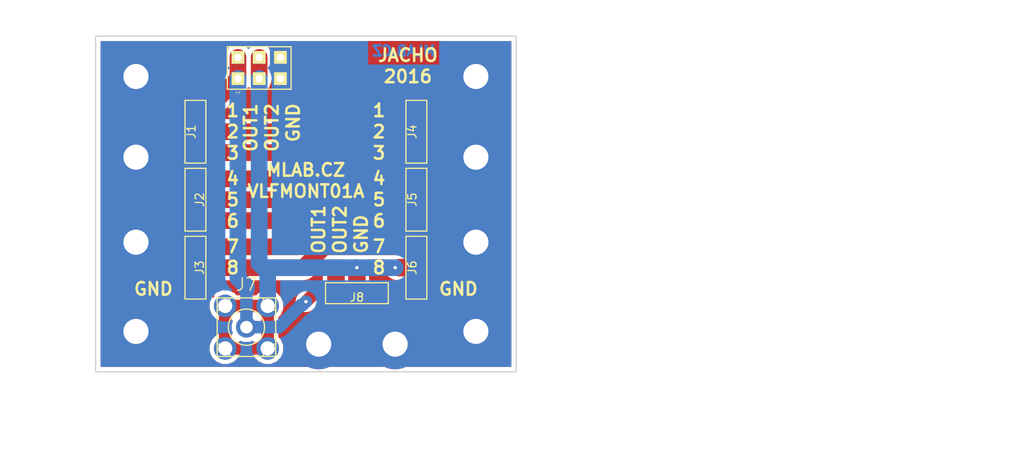
<source format=kicad_pcb>
(kicad_pcb (version 4) (host pcbnew 4.0.3-stable)

  (general
    (links 32)
    (no_connects 0)
    (area -11.176 -44.704 111.252001 10.160001)
    (thickness 1.6)
    (drawings 33)
    (tracks 54)
    (zones 0)
    (modules 19)
    (nets 11)
  )

  (page A4)
  (layers
    (0 F.Cu signal)
    (31 B.Cu signal)
    (32 B.Adhes user)
    (33 F.Adhes user)
    (34 B.Paste user)
    (35 F.Paste user)
    (36 B.SilkS user)
    (37 F.SilkS user)
    (38 B.Mask user)
    (39 F.Mask user)
    (40 Dwgs.User user)
    (41 Cmts.User user)
    (42 Eco1.User user)
    (43 Eco2.User user)
    (44 Edge.Cuts user)
    (45 Margin user)
    (46 B.CrtYd user)
    (47 F.CrtYd user)
    (48 B.Fab user)
    (49 F.Fab user)
  )

  (setup
    (last_trace_width 0.25)
    (user_trace_width 0.5)
    (user_trace_width 0.8)
    (user_trace_width 0.9)
    (user_trace_width 1)
    (user_trace_width 1.2)
    (user_trace_width 1.5)
    (user_trace_width 2)
    (trace_clearance 0.3)
    (zone_clearance 0.508)
    (zone_45_only no)
    (trace_min 0.2)
    (segment_width 0.2)
    (edge_width 0.15)
    (via_size 0.8)
    (via_drill 0.4)
    (via_min_size 0.4)
    (via_min_drill 0.3)
    (uvia_size 0.3)
    (uvia_drill 0.1)
    (uvias_allowed no)
    (uvia_min_size 0.2)
    (uvia_min_drill 0.1)
    (pcb_text_width 0.3)
    (pcb_text_size 1.5 1.5)
    (mod_edge_width 0.15)
    (mod_text_size 1 1)
    (mod_text_width 0.15)
    (pad_size 6 6)
    (pad_drill 3)
    (pad_to_mask_clearance 0.2)
    (solder_mask_min_width 0.2)
    (aux_axis_origin 0 0)
    (visible_elements 7FFFFF7F)
    (pcbplotparams
      (layerselection 0x010e0_80000001)
      (usegerberextensions false)
      (excludeedgelayer true)
      (linewidth 0.500000)
      (plotframeref false)
      (viasonmask false)
      (mode 1)
      (useauxorigin false)
      (hpglpennumber 1)
      (hpglpenspeed 20)
      (hpglpendiameter 15)
      (hpglpenoverlay 2)
      (psnegative false)
      (psa4output false)
      (plotreference true)
      (plotvalue true)
      (plotinvisibletext false)
      (padsonsilk false)
      (subtractmaskfromsilk false)
      (outputformat 1)
      (mirror false)
      (drillshape 0)
      (scaleselection 1)
      (outputdirectory ../CAM_PROFI/))
  )

  (net 0 "")
  (net 1 /2)
  (net 2 /1)
  (net 3 /OUT1)
  (net 4 /5)
  (net 5 /4)
  (net 6 /3)
  (net 7 GND)
  (net 8 /7)
  (net 9 /6)
  (net 10 /OUT2)

  (net_class Default "Toto je výchozí třída sítě."
    (clearance 0.3)
    (trace_width 0.25)
    (via_dia 0.8)
    (via_drill 0.4)
    (uvia_dia 0.3)
    (uvia_drill 0.1)
    (add_net /1)
    (add_net /2)
    (add_net /3)
    (add_net /4)
    (add_net /5)
    (add_net /6)
    (add_net /7)
    (add_net /OUT1)
    (add_net /OUT2)
    (add_net GND)
  )

  (module Mlab_CON:AVX_009175003001006 (layer F.Cu) (tedit 57D650B6) (tstamp 57D67150)
    (at 12.192 -20.828 90)
    (descr Punch_down_block)
    (path /57D68066)
    (fp_text reference J2 (at 0 0.5 90) (layer F.SilkS)
      (effects (font (size 1 1) (thickness 0.15)))
    )
    (fp_text value CONN_3 (at 0 -0.5 90) (layer F.Fab)
      (effects (font (size 1 1) (thickness 0.15)))
    )
    (fp_line (start -3.75 -1.25) (end 3.75 -1.25) (layer F.SilkS) (width 0.15))
    (fp_line (start 3.75 -1.25) (end 3.75 1.25) (layer F.SilkS) (width 0.15))
    (fp_line (start 3.75 1.25) (end -3.75 1.25) (layer F.SilkS) (width 0.15))
    (fp_line (start -3.75 1.25) (end -3.75 -1.25) (layer F.SilkS) (width 0.15))
    (pad 1 smd rect (at -2.5 0 90) (size 2.1 4.5) (layers F.Cu F.Paste F.Mask)
      (net 4 /5))
    (pad 2 smd rect (at 0 0 90) (size 2.1 4.5) (layers F.Cu F.Paste F.Mask)
      (net 5 /4))
    (pad 3 smd rect (at 2.5 0 90) (size 2.1 4.5) (layers F.Cu F.Paste F.Mask)
      (net 6 /3))
  )

  (module Mlab_CON:AVX_009175003001006 (layer F.Cu) (tedit 57D650B6) (tstamp 57D67149)
    (at 12.192 -28.956 270)
    (descr Punch_down_block)
    (path /57D67F43)
    (fp_text reference J1 (at 0 0.5 270) (layer F.SilkS)
      (effects (font (size 1 1) (thickness 0.15)))
    )
    (fp_text value CONN_3 (at 0 -0.5 270) (layer F.Fab)
      (effects (font (size 1 1) (thickness 0.15)))
    )
    (fp_line (start -3.75 -1.25) (end 3.75 -1.25) (layer F.SilkS) (width 0.15))
    (fp_line (start 3.75 -1.25) (end 3.75 1.25) (layer F.SilkS) (width 0.15))
    (fp_line (start 3.75 1.25) (end -3.75 1.25) (layer F.SilkS) (width 0.15))
    (fp_line (start -3.75 1.25) (end -3.75 -1.25) (layer F.SilkS) (width 0.15))
    (pad 1 smd rect (at -2.5 0 270) (size 2.1 4.5) (layers F.Cu F.Paste F.Mask)
      (net 3 /OUT1))
    (pad 2 smd rect (at 0 0 270) (size 2.1 4.5) (layers F.Cu F.Paste F.Mask)
      (net 2 /1))
    (pad 3 smd rect (at 2.5 0 270) (size 2.1 4.5) (layers F.Cu F.Paste F.Mask)
      (net 1 /2))
  )

  (module Mlab_CON:AVX_009175003001006 (layer F.Cu) (tedit 57D650B6) (tstamp 57D67157)
    (at 12.192 -12.7 90)
    (descr Punch_down_block)
    (path /57D68090)
    (fp_text reference J3 (at 0 0.5 90) (layer F.SilkS)
      (effects (font (size 1 1) (thickness 0.15)))
    )
    (fp_text value CONN_3 (at 0 -0.5 90) (layer F.Fab)
      (effects (font (size 1 1) (thickness 0.15)))
    )
    (fp_line (start -3.75 -1.25) (end 3.75 -1.25) (layer F.SilkS) (width 0.15))
    (fp_line (start 3.75 -1.25) (end 3.75 1.25) (layer F.SilkS) (width 0.15))
    (fp_line (start 3.75 1.25) (end -3.75 1.25) (layer F.SilkS) (width 0.15))
    (fp_line (start -3.75 1.25) (end -3.75 -1.25) (layer F.SilkS) (width 0.15))
    (pad 1 smd rect (at -2.5 0 90) (size 2.1 4.5) (layers F.Cu F.Paste F.Mask)
      (net 7 GND))
    (pad 2 smd rect (at 0 0 90) (size 2.1 4.5) (layers F.Cu F.Paste F.Mask)
      (net 8 /7))
    (pad 3 smd rect (at 2.5 0 90) (size 2.1 4.5) (layers F.Cu F.Paste F.Mask)
      (net 9 /6))
  )

  (module Mlab_CON:AVX_009175003001006 (layer F.Cu) (tedit 57D650B6) (tstamp 57D6715E)
    (at 38.608 -28.956 270)
    (descr Punch_down_block)
    (path /57D68149)
    (fp_text reference J4 (at 0 0.5 270) (layer F.SilkS)
      (effects (font (size 1 1) (thickness 0.15)))
    )
    (fp_text value CONN_3 (at 0 -0.5 270) (layer F.Fab)
      (effects (font (size 1 1) (thickness 0.15)))
    )
    (fp_line (start -3.75 -1.25) (end 3.75 -1.25) (layer F.SilkS) (width 0.15))
    (fp_line (start 3.75 -1.25) (end 3.75 1.25) (layer F.SilkS) (width 0.15))
    (fp_line (start 3.75 1.25) (end -3.75 1.25) (layer F.SilkS) (width 0.15))
    (fp_line (start -3.75 1.25) (end -3.75 -1.25) (layer F.SilkS) (width 0.15))
    (pad 1 smd rect (at -2.5 0 270) (size 2.1 4.5) (layers F.Cu F.Paste F.Mask)
      (net 2 /1))
    (pad 2 smd rect (at 0 0 270) (size 2.1 4.5) (layers F.Cu F.Paste F.Mask)
      (net 1 /2))
    (pad 3 smd rect (at 2.5 0 270) (size 2.1 4.5) (layers F.Cu F.Paste F.Mask)
      (net 6 /3))
  )

  (module Mlab_CON:AVX_009175003001006 (layer F.Cu) (tedit 57D650B6) (tstamp 57D67165)
    (at 38.608 -20.828 270)
    (descr Punch_down_block)
    (path /57D681F3)
    (fp_text reference J5 (at 0 0.5 270) (layer F.SilkS)
      (effects (font (size 1 1) (thickness 0.15)))
    )
    (fp_text value CONN_3 (at 0 -0.5 270) (layer F.Fab)
      (effects (font (size 1 1) (thickness 0.15)))
    )
    (fp_line (start -3.75 -1.25) (end 3.75 -1.25) (layer F.SilkS) (width 0.15))
    (fp_line (start 3.75 -1.25) (end 3.75 1.25) (layer F.SilkS) (width 0.15))
    (fp_line (start 3.75 1.25) (end -3.75 1.25) (layer F.SilkS) (width 0.15))
    (fp_line (start -3.75 1.25) (end -3.75 -1.25) (layer F.SilkS) (width 0.15))
    (pad 1 smd rect (at -2.5 0 270) (size 2.1 4.5) (layers F.Cu F.Paste F.Mask)
      (net 5 /4))
    (pad 2 smd rect (at 0 0 270) (size 2.1 4.5) (layers F.Cu F.Paste F.Mask)
      (net 4 /5))
    (pad 3 smd rect (at 2.5 0 270) (size 2.1 4.5) (layers F.Cu F.Paste F.Mask)
      (net 9 /6))
  )

  (module Mlab_CON:AVX_009175003001006 (layer F.Cu) (tedit 57D650B6) (tstamp 57D6716C)
    (at 38.608 -12.7 270)
    (descr Punch_down_block)
    (path /57D68228)
    (fp_text reference J6 (at 0 0.5 270) (layer F.SilkS)
      (effects (font (size 1 1) (thickness 0.15)))
    )
    (fp_text value CONN_3 (at 0 -0.5 270) (layer F.Fab)
      (effects (font (size 1 1) (thickness 0.15)))
    )
    (fp_line (start -3.75 -1.25) (end 3.75 -1.25) (layer F.SilkS) (width 0.15))
    (fp_line (start 3.75 -1.25) (end 3.75 1.25) (layer F.SilkS) (width 0.15))
    (fp_line (start 3.75 1.25) (end -3.75 1.25) (layer F.SilkS) (width 0.15))
    (fp_line (start -3.75 1.25) (end -3.75 -1.25) (layer F.SilkS) (width 0.15))
    (pad 1 smd rect (at -2.5 0 270) (size 2.1 4.5) (layers F.Cu F.Paste F.Mask)
      (net 8 /7))
    (pad 2 smd rect (at 0 0 270) (size 2.1 4.5) (layers F.Cu F.Paste F.Mask)
      (net 10 /OUT2))
    (pad 3 smd rect (at 2.5 0 270) (size 2.1 4.5) (layers F.Cu F.Paste F.Mask)
      (net 7 GND))
  )

  (module Mlab_CON:SMA6251A13G50 (layer F.Cu) (tedit 54BBE861) (tstamp 57D67175)
    (at 18.288 -5.588)
    (path /57D68C46)
    (fp_text reference J7 (at 0 -5.1) (layer F.SilkS)
      (effects (font (size 1.5 1.5) (thickness 0.15)))
    )
    (fp_text value SMA (at 0 5.1) (layer F.SilkS) hide
      (effects (font (size 1.5 1.5) (thickness 0.15)))
    )
    (fp_circle (center 0 0) (end -0.11 -2.16) (layer F.SilkS) (width 0.15))
    (fp_line (start 2.03 3.05) (end 3.05 3.05) (layer F.SilkS) (width 0.15))
    (fp_line (start 3.05 3.05) (end 3.05 2.03) (layer F.SilkS) (width 0.15))
    (fp_line (start -2.03 3.05) (end -3.05 3.05) (layer F.SilkS) (width 0.15))
    (fp_line (start -3.05 3.05) (end -3.05 2.03) (layer F.SilkS) (width 0.15))
    (fp_line (start -2.03 -3.05) (end -3.05 -3.05) (layer F.SilkS) (width 0.15))
    (fp_line (start -3.05 -3.05) (end -3.05 -2.03) (layer F.SilkS) (width 0.15))
    (fp_line (start 3.05 -3.05) (end 3.05 -2.03) (layer F.SilkS) (width 0.15))
    (fp_line (start 3.05 -3.05) (end 2.03 -3.05) (layer F.SilkS) (width 0.15))
    (fp_line (start 2.03 3.5) (end 2.03 2.03) (layer F.SilkS) (width 0.15))
    (fp_line (start 2.03 2.03) (end 3.5 2.03) (layer F.SilkS) (width 0.15))
    (fp_line (start -2.03 2.03) (end -2.03 3.5) (layer F.SilkS) (width 0.15))
    (fp_line (start -3.5 2.03) (end -2.03 2.03) (layer F.SilkS) (width 0.15))
    (fp_line (start 2.03 -3.5) (end 2.03 -2.03) (layer F.SilkS) (width 0.15))
    (fp_line (start 2.03 -2.03) (end 3.5 -2.03) (layer F.SilkS) (width 0.15))
    (fp_line (start -2.03 -3.5) (end -2.03 -2.03) (layer F.SilkS) (width 0.15))
    (fp_line (start -2.03 -2.03) (end -3.5 -2.03) (layer F.SilkS) (width 0.15))
    (fp_line (start -3.5 3.5) (end 3.5 3.5) (layer F.SilkS) (width 0.15))
    (fp_line (start 3.5 3.5) (end 3.5 -3.5) (layer F.SilkS) (width 0.15))
    (fp_line (start 3.5 -3.5) (end -3.5 -3.5) (layer F.SilkS) (width 0.15))
    (fp_line (start -3.5 -3.5) (end -3.5 3.5) (layer F.SilkS) (width 0.15))
    (pad 1 thru_hole circle (at 0 0 180) (size 2.5 2.5) (drill 1.5) (layers *.Cu *.Mask)
      (net 3 /OUT1))
    (pad 2 thru_hole circle (at 2.54 2.54 180) (size 2.7 2.7) (drill 1.7) (layers *.Cu *.Mask)
      (net 10 /OUT2))
    (pad 2 thru_hole circle (at -2.54 2.54 180) (size 2.7 2.7) (drill 1.7) (layers *.Cu *.Mask)
      (net 10 /OUT2))
    (pad 2 thru_hole circle (at -2.54 -2.54 180) (size 2.7 2.7) (drill 1.7) (layers *.Cu *.Mask)
      (net 10 /OUT2))
    (pad 2 thru_hole circle (at 2.54 -2.54 180) (size 2.7 2.7) (drill 1.7) (layers *.Cu *.Mask)
      (net 10 /OUT2))
  )

  (module Mlab_CON:AVX_009175003001006 (layer F.Cu) (tedit 57D650B6) (tstamp 57D6717C)
    (at 31.496 -9.652)
    (descr Punch_down_block)
    (path /57D6A762)
    (fp_text reference J8 (at 0 0.5) (layer F.SilkS)
      (effects (font (size 1 1) (thickness 0.15)))
    )
    (fp_text value CONN_3 (at 0 -0.5) (layer F.Fab)
      (effects (font (size 1 1) (thickness 0.15)))
    )
    (fp_line (start -3.75 -1.25) (end 3.75 -1.25) (layer F.SilkS) (width 0.15))
    (fp_line (start 3.75 -1.25) (end 3.75 1.25) (layer F.SilkS) (width 0.15))
    (fp_line (start 3.75 1.25) (end -3.75 1.25) (layer F.SilkS) (width 0.15))
    (fp_line (start -3.75 1.25) (end -3.75 -1.25) (layer F.SilkS) (width 0.15))
    (pad 1 smd rect (at -2.5 0) (size 2.1 4.5) (layers F.Cu F.Paste F.Mask)
      (net 3 /OUT1))
    (pad 2 smd rect (at 0 0) (size 2.1 4.5) (layers F.Cu F.Paste F.Mask)
      (net 10 /OUT2))
    (pad 3 smd rect (at 2.5 0) (size 2.1 4.5) (layers F.Cu F.Paste F.Mask)
      (net 7 GND))
  )

  (module Mlab_Pin_Headers:Straight_2x03 (layer F.Cu) (tedit 55DC1460) (tstamp 57D67186)
    (at 19.812 -36.576 90)
    (descr "pin header straight 2x03")
    (tags "pin header straight 2x03")
    (path /57D697CE)
    (fp_text reference J9 (at 0 -5.08 90) (layer F.SilkS) hide
      (effects (font (size 1.5 1.5) (thickness 0.15)))
    )
    (fp_text value JUMP_3X2 (at 0 5.08 90) (layer F.SilkS) hide
      (effects (font (size 1.5 1.5) (thickness 0.15)))
    )
    (fp_text user 1 (at -2.921 -2.54 90) (layer F.SilkS)
      (effects (font (size 0.5 0.5) (thickness 0.05)))
    )
    (fp_line (start -2.54 -3.81) (end 2.54 -3.81) (layer F.SilkS) (width 0.15))
    (fp_line (start 2.54 -3.81) (end 2.54 3.81) (layer F.SilkS) (width 0.15))
    (fp_line (start 2.54 3.81) (end -2.54 3.81) (layer F.SilkS) (width 0.15))
    (fp_line (start -2.54 3.81) (end -2.54 -3.81) (layer F.SilkS) (width 0.15))
    (pad 1 thru_hole rect (at -1.27 -2.54 90) (size 1.524 1.524) (drill 0.889) (layers *.Cu *.Mask F.SilkS)
      (net 3 /OUT1))
    (pad 2 thru_hole rect (at 1.27 -2.54 90) (size 1.524 1.524) (drill 0.889) (layers *.Cu *.Mask F.SilkS)
      (net 3 /OUT1))
    (pad 3 thru_hole rect (at -1.27 0 90) (size 1.524 1.524) (drill 0.889) (layers *.Cu *.Mask F.SilkS)
      (net 10 /OUT2))
    (pad 4 thru_hole rect (at 1.27 0 90) (size 1.524 1.524) (drill 0.889) (layers *.Cu *.Mask F.SilkS)
      (net 10 /OUT2))
    (pad 5 thru_hole rect (at -1.27 2.54 90) (size 1.524 1.524) (drill 0.889) (layers *.Cu *.Mask F.SilkS)
      (net 7 GND))
    (pad 6 thru_hole rect (at 1.27 2.54 90) (size 1.524 1.524) (drill 0.889) (layers *.Cu *.Mask F.SilkS)
      (net 7 GND))
    (model Pin_Headers/Pin_Header_Straight_2x03.wrl
      (at (xyz 0 0 0))
      (scale (xyz 1 1 1))
      (rotate (xyz 0 0 90))
    )
  )

  (module Mlab_Mechanical:MountingHole_3mm placed (layer F.Cu) (tedit 5535DB2C) (tstamp 57D6718B)
    (at 45.72 -35.56)
    (descr "Mounting hole, Befestigungsbohrung, 3mm, No Annular, Kein Restring,")
    (tags "Mounting hole, Befestigungsbohrung, 3mm, No Annular, Kein Restring,")
    (path /57D299A2)
    (fp_text reference M1 (at 0 -4.191) (layer F.SilkS) hide
      (effects (font (thickness 0.3048)))
    )
    (fp_text value HOLE (at 0 4.191) (layer F.SilkS) hide
      (effects (font (thickness 0.3048)))
    )
    (fp_circle (center 0 0) (end 2.99974 0) (layer Cmts.User) (width 0.381))
    (pad 1 thru_hole circle (at 0 0) (size 6 6) (drill 3) (layers *.Cu *.Adhes *.Mask)
      (net 7 GND) (clearance 1) (zone_connect 2))
  )

  (module Mlab_Mechanical:MountingHole_3mm placed (layer F.Cu) (tedit 5535DB2C) (tstamp 57D67190)
    (at 45.72 -5.08)
    (descr "Mounting hole, Befestigungsbohrung, 3mm, No Annular, Kein Restring,")
    (tags "Mounting hole, Befestigungsbohrung, 3mm, No Annular, Kein Restring,")
    (path /57D2A387)
    (fp_text reference M2 (at 0 -4.191) (layer F.SilkS) hide
      (effects (font (thickness 0.3048)))
    )
    (fp_text value HOLE (at 0 4.191) (layer F.SilkS) hide
      (effects (font (thickness 0.3048)))
    )
    (fp_circle (center 0 0) (end 2.99974 0) (layer Cmts.User) (width 0.381))
    (pad 1 thru_hole circle (at 0 0) (size 6 6) (drill 3) (layers *.Cu *.Adhes *.Mask)
      (net 7 GND) (clearance 1) (zone_connect 2))
  )

  (module Mlab_Mechanical:MountingHole_3mm placed (layer F.Cu) (tedit 5535DB2C) (tstamp 57D67195)
    (at 5.08 -35.56)
    (descr "Mounting hole, Befestigungsbohrung, 3mm, No Annular, Kein Restring,")
    (tags "Mounting hole, Befestigungsbohrung, 3mm, No Annular, Kein Restring,")
    (path /57D2A075)
    (fp_text reference M3 (at 0 -4.191) (layer F.SilkS) hide
      (effects (font (thickness 0.3048)))
    )
    (fp_text value HOLE (at 0 4.191) (layer F.SilkS) hide
      (effects (font (thickness 0.3048)))
    )
    (fp_circle (center 0 0) (end 2.99974 0) (layer Cmts.User) (width 0.381))
    (pad 1 thru_hole circle (at 0 0) (size 6 6) (drill 3) (layers *.Cu *.Adhes *.Mask)
      (net 7 GND) (clearance 1) (zone_connect 2))
  )

  (module Mlab_Mechanical:MountingHole_3mm placed (layer F.Cu) (tedit 5535DB2C) (tstamp 57D6719A)
    (at 5.08 -5.08)
    (descr "Mounting hole, Befestigungsbohrung, 3mm, No Annular, Kein Restring,")
    (tags "Mounting hole, Befestigungsbohrung, 3mm, No Annular, Kein Restring,")
    (path /57D2A395)
    (fp_text reference M4 (at 0 -4.191) (layer F.SilkS) hide
      (effects (font (thickness 0.3048)))
    )
    (fp_text value HOLE (at 0 4.191) (layer F.SilkS) hide
      (effects (font (thickness 0.3048)))
    )
    (fp_circle (center 0 0) (end 2.99974 0) (layer Cmts.User) (width 0.381))
    (pad 1 thru_hole circle (at 0 0) (size 6 6) (drill 3) (layers *.Cu *.Adhes *.Mask)
      (net 7 GND) (clearance 1) (zone_connect 2))
  )

  (module Mlab_Mechanical:MountingHole_3mm placed (layer F.Cu) (tedit 5535DB2C) (tstamp 57D791C6)
    (at 45.72 -25.908)
    (descr "Mounting hole, Befestigungsbohrung, 3mm, No Annular, Kein Restring,")
    (tags "Mounting hole, Befestigungsbohrung, 3mm, No Annular, Kein Restring,")
    (path /57D79423)
    (fp_text reference M5 (at 0 -4.191) (layer F.SilkS) hide
      (effects (font (thickness 0.3048)))
    )
    (fp_text value HOLE (at 0 4.191) (layer F.SilkS) hide
      (effects (font (thickness 0.3048)))
    )
    (fp_circle (center 0 0) (end 2.99974 0) (layer Cmts.User) (width 0.381))
    (pad 1 thru_hole circle (at 0 0) (size 6 6) (drill 3) (layers *.Cu *.Adhes *.Mask)
      (net 7 GND) (clearance 1) (zone_connect 2))
  )

  (module Mlab_Mechanical:MountingHole_3mm placed (layer F.Cu) (tedit 57D79264) (tstamp 57D791CC)
    (at 45.72 -15.748)
    (descr "Mounting hole, Befestigungsbohrung, 3mm, No Annular, Kein Restring,")
    (tags "Mounting hole, Befestigungsbohrung, 3mm, No Annular, Kein Restring,")
    (path /57D7942F)
    (fp_text reference M6 (at 0 -4.191) (layer F.SilkS) hide
      (effects (font (thickness 0.3048)))
    )
    (fp_text value HOLE (at 0 4.191) (layer F.SilkS) hide
      (effects (font (thickness 0.3048)))
    )
    (fp_circle (center 0 0) (end 2.99974 0) (layer Cmts.User) (width 0.381))
    (pad 1 thru_hole circle (at 0 0) (size 6 6) (drill 3) (layers *.Cu *.Adhes *.Mask)
      (net 7 GND) (clearance 1) (zone_connect 2))
  )

  (module Mlab_Mechanical:MountingHole_3mm placed (layer F.Cu) (tedit 5535DB2C) (tstamp 57D79250)
    (at 5.08 -25.908)
    (descr "Mounting hole, Befestigungsbohrung, 3mm, No Annular, Kein Restring,")
    (tags "Mounting hole, Befestigungsbohrung, 3mm, No Annular, Kein Restring,")
    (path /57D7990B)
    (fp_text reference M7 (at 0 -4.191) (layer F.SilkS) hide
      (effects (font (thickness 0.3048)))
    )
    (fp_text value HOLE (at 0 4.191) (layer F.SilkS) hide
      (effects (font (thickness 0.3048)))
    )
    (fp_circle (center 0 0) (end 2.99974 0) (layer Cmts.User) (width 0.381))
    (pad 1 thru_hole circle (at 0 0) (size 6 6) (drill 3) (layers *.Cu *.Adhes *.Mask)
      (net 7 GND) (clearance 1) (zone_connect 2))
  )

  (module Mlab_Mechanical:MountingHole_3mm placed (layer F.Cu) (tedit 5535DB2C) (tstamp 57D79256)
    (at 5.08 -15.748)
    (descr "Mounting hole, Befestigungsbohrung, 3mm, No Annular, Kein Restring,")
    (tags "Mounting hole, Befestigungsbohrung, 3mm, No Annular, Kein Restring,")
    (path /57D79917)
    (fp_text reference M8 (at 0 -4.191) (layer F.SilkS) hide
      (effects (font (thickness 0.3048)))
    )
    (fp_text value HOLE (at 0 4.191) (layer F.SilkS) hide
      (effects (font (thickness 0.3048)))
    )
    (fp_circle (center 0 0) (end 2.99974 0) (layer Cmts.User) (width 0.381))
    (pad 1 thru_hole circle (at 0 0) (size 6 6) (drill 3) (layers *.Cu *.Adhes *.Mask)
      (net 7 GND) (clearance 1) (zone_connect 2))
  )

  (module Mlab_Mechanical:MountingHole_3mm placed (layer F.Cu) (tedit 5535DB2C) (tstamp 57D7925C)
    (at 36.068 -3.556)
    (descr "Mounting hole, Befestigungsbohrung, 3mm, No Annular, Kein Restring,")
    (tags "Mounting hole, Befestigungsbohrung, 3mm, No Annular, Kein Restring,")
    (path /57D79927)
    (fp_text reference M9 (at 0 -4.191) (layer F.SilkS) hide
      (effects (font (thickness 0.3048)))
    )
    (fp_text value HOLE (at 0 4.191) (layer F.SilkS) hide
      (effects (font (thickness 0.3048)))
    )
    (fp_circle (center 0 0) (end 2.99974 0) (layer Cmts.User) (width 0.381))
    (pad 1 thru_hole circle (at 0 0) (size 6 6) (drill 3) (layers *.Cu *.Adhes *.Mask)
      (net 7 GND) (clearance 1) (zone_connect 2))
  )

  (module Mlab_Mechanical:MountingHole_3mm placed (layer F.Cu) (tedit 5535DB2C) (tstamp 57D79262)
    (at 26.924 -3.556)
    (descr "Mounting hole, Befestigungsbohrung, 3mm, No Annular, Kein Restring,")
    (tags "Mounting hole, Befestigungsbohrung, 3mm, No Annular, Kein Restring,")
    (path /57D79933)
    (fp_text reference M10 (at 0 -4.191) (layer F.SilkS) hide
      (effects (font (thickness 0.3048)))
    )
    (fp_text value HOLE (at 0 4.191) (layer F.SilkS) hide
      (effects (font (thickness 0.3048)))
    )
    (fp_circle (center 0 0) (end 2.99974 0) (layer Cmts.User) (width 0.381))
    (pad 1 thru_hole circle (at 0 0) (size 6 6) (drill 3) (layers *.Cu *.Adhes *.Mask)
      (net 7 GND) (clearance 1) (zone_connect 2))
  )

  (gr_text MLAB.CZ (at 37.084 -38.608) (layer B.Cu)
    (effects (font (size 1.2 1.2) (thickness 0.3)) (justify mirror))
  )
  (gr_text 2016 (at 37.592 -35.56) (layer F.SilkS)
    (effects (font (size 1.5 1.5) (thickness 0.3)))
  )
  (gr_text JACHO (at 37.592 -38.1) (layer F.SilkS)
    (effects (font (size 1.5 1.5) (thickness 0.3)))
  )
  (gr_text VLFMONT01A (at 25.4 -21.844) (layer F.SilkS)
    (effects (font (size 1.5 1.5) (thickness 0.3)))
  )
  (gr_text MLAB.CZ (at 25.4 -24.384) (layer F.SilkS)
    (effects (font (size 1.5 1.5) (thickness 0.3)))
  )
  (gr_text GND (at 23.876 -32.512 90) (layer F.SilkS)
    (effects (font (size 1.5 1.5) (thickness 0.3)) (justify right))
  )
  (gr_text OUT2 (at 21.336 -32.512 90) (layer F.SilkS)
    (effects (font (size 1.5 1.5) (thickness 0.3)) (justify right))
  )
  (gr_text OUT1 (at 18.796 -32.512 90) (layer F.SilkS)
    (effects (font (size 1.5 1.5) (thickness 0.3)) (justify right))
  )
  (gr_text GND (at 32.004 -14.224 90) (layer F.SilkS)
    (effects (font (size 1.5 1.5) (thickness 0.3)) (justify left))
  )
  (gr_text OUT2 (at 29.464 -14.224 90) (layer F.SilkS)
    (effects (font (size 1.5 1.5) (thickness 0.3)) (justify left))
  )
  (gr_text OUT1 (at 26.924 -14.224 90) (layer F.SilkS)
    (effects (font (size 1.5 1.5) (thickness 0.3)) (justify left))
  )
  (gr_text GND (at 41.148 -10.16) (layer F.SilkS)
    (effects (font (size 1.5 1.5) (thickness 0.3)) (justify left))
  )
  (gr_text GND (at 9.652 -10.16) (layer F.SilkS)
    (effects (font (size 1.5 1.5) (thickness 0.3)) (justify right))
  )
  (gr_text 8 (at 35.052 -12.7) (layer F.SilkS)
    (effects (font (size 1.5 1.5) (thickness 0.3)) (justify right))
  )
  (gr_text 7 (at 35.052 -15.24) (layer F.SilkS)
    (effects (font (size 1.5 1.5) (thickness 0.3)) (justify right))
  )
  (gr_text 6 (at 35.052 -18.288) (layer F.SilkS)
    (effects (font (size 1.5 1.5) (thickness 0.3)) (justify right))
  )
  (gr_text 5 (at 35.052 -20.828) (layer F.SilkS)
    (effects (font (size 1.5 1.5) (thickness 0.3)) (justify right))
  )
  (gr_text 4 (at 35.052 -23.368) (layer F.SilkS)
    (effects (font (size 1.5 1.5) (thickness 0.3)) (justify right))
  )
  (gr_text 3 (at 35.052 -26.416) (layer F.SilkS)
    (effects (font (size 1.5 1.5) (thickness 0.3)) (justify right))
  )
  (gr_text 2 (at 35.052 -28.956) (layer F.SilkS)
    (effects (font (size 1.5 1.5) (thickness 0.3)) (justify right))
  )
  (gr_text 1 (at 35.052 -31.496) (layer F.SilkS)
    (effects (font (size 1.5 1.5) (thickness 0.3)) (justify right))
  )
  (gr_text 8 (at 15.748 -12.7) (layer F.SilkS)
    (effects (font (size 1.5 1.5) (thickness 0.3)) (justify left))
  )
  (gr_text 7 (at 15.748 -15.24) (layer F.SilkS)
    (effects (font (size 1.5 1.5) (thickness 0.3)) (justify left))
  )
  (gr_text 6 (at 15.748 -18.288) (layer F.SilkS)
    (effects (font (size 1.5 1.5) (thickness 0.3)) (justify left))
  )
  (gr_text 5 (at 15.748 -20.828) (layer F.SilkS)
    (effects (font (size 1.5 1.5) (thickness 0.3)) (justify left))
  )
  (gr_text 4 (at 15.748 -23.368) (layer F.SilkS)
    (effects (font (size 1.5 1.5) (thickness 0.3)) (justify left))
  )
  (gr_text 3 (at 15.748 -26.416) (layer F.SilkS)
    (effects (font (size 1.5 1.5) (thickness 0.3)) (justify left))
  )
  (gr_text 2 (at 15.748 -28.956) (layer F.SilkS)
    (effects (font (size 1.5 1.5) (thickness 0.3)) (justify left))
  )
  (gr_text 1 (at 15.748 -31.496) (layer F.SilkS)
    (effects (font (size 1.5 1.5) (thickness 0.3)) (justify left))
  )
  (gr_line (start 0.254 -0.254) (end 0.254 -40.386) (angle 90) (layer Edge.Cuts) (width 0.15))
  (gr_line (start 50.546 -0.254) (end 0.254 -0.254) (angle 90) (layer Edge.Cuts) (width 0.15))
  (gr_line (start 50.546 -40.386) (end 50.546 -0.254) (angle 90) (layer Edge.Cuts) (width 0.15))
  (gr_line (start 0.254 -40.386) (end 50.546 -40.386) (angle 90) (layer Edge.Cuts) (width 0.15))

  (segment (start 12.192 -26.456) (end 22.596705 -26.456) (width 2) (layer F.Cu) (net 1))
  (segment (start 22.596705 -26.456) (end 25.096705 -28.956) (width 2) (layer F.Cu) (net 1))
  (segment (start 25.096705 -28.956) (end 34.358 -28.956) (width 2) (layer F.Cu) (net 1))
  (segment (start 34.358 -28.956) (end 38.608 -28.956) (width 2) (layer F.Cu) (net 1))
  (segment (start 21.844 -28.956) (end 24.344 -31.456) (width 2) (layer F.Cu) (net 2))
  (segment (start 24.344 -31.456) (end 38.608 -31.456) (width 2) (layer F.Cu) (net 2))
  (segment (start 12.192 -28.956) (end 21.844 -28.956) (width 2) (layer F.Cu) (net 2))
  (segment (start 18.288 -5.588) (end 22.173999 -5.588) (width 1.5) (layer B.Cu) (net 3))
  (segment (start 22.173999 -5.588) (end 24.822 -8.236001) (width 1.5) (layer B.Cu) (net 3))
  (segment (start 24.822 -8.236001) (end 25.000001 -8.236001) (width 1.5) (layer B.Cu) (net 3))
  (segment (start 25.000001 -8.236001) (end 25.4 -8.636) (width 1.5) (layer B.Cu) (net 3))
  (segment (start 28.996 -9.652) (end 26.416 -9.652) (width 1.5) (layer F.Cu) (net 3))
  (segment (start 26.416 -9.652) (end 25.4 -8.636) (width 1.5) (layer F.Cu) (net 3))
  (via (at 25.4 -8.636) (size 0.8) (drill 0.4) (layers F.Cu B.Cu) (net 3))
  (segment (start 18.288 -10.16) (end 18.288 -10.463295) (width 2) (layer B.Cu) (net 3))
  (segment (start 18.288 -10.463295) (end 17.272 -11.479295) (width 2) (layer B.Cu) (net 3))
  (segment (start 17.272 -11.479295) (end 17.272 -32.544) (width 2) (layer B.Cu) (net 3))
  (segment (start 17.272 -32.544) (end 17.272 -35.306) (width 2) (layer B.Cu) (net 3))
  (segment (start 18.288 -5.588) (end 18.288 -10.16) (width 1.5) (layer B.Cu) (net 3))
  (segment (start 17.272 -35.306) (end 17.272 -37.846) (width 2) (layer F.Cu) (net 3))
  (segment (start 12.192 -31.456) (end 13.422 -31.456) (width 2) (layer F.Cu) (net 3))
  (segment (start 13.422 -31.456) (end 17.272 -35.306) (width 2) (layer F.Cu) (net 3))
  (segment (start 12.192 -18.328) (end 24.226819 -18.328) (width 2) (layer F.Cu) (net 4))
  (segment (start 24.226819 -18.328) (end 26.726819 -20.828) (width 2) (layer F.Cu) (net 4))
  (segment (start 26.726819 -20.828) (end 34.358 -20.828) (width 2) (layer F.Cu) (net 4))
  (segment (start 34.358 -20.828) (end 38.608 -20.828) (width 2) (layer F.Cu) (net 4))
  (segment (start 38.608 -23.328) (end 25.974114 -23.328) (width 2) (layer F.Cu) (net 5))
  (segment (start 25.974114 -23.328) (end 23.474114 -20.828) (width 2) (layer F.Cu) (net 5))
  (segment (start 12.192 -20.828) (end 23.474114 -20.828) (width 2) (layer F.Cu) (net 5))
  (segment (start 12.192 -23.328) (end 22.72141 -23.328) (width 2) (layer F.Cu) (net 6))
  (segment (start 22.72141 -23.328) (end 25.84941 -26.456) (width 2) (layer F.Cu) (net 6))
  (segment (start 25.84941 -26.456) (end 38.608 -26.456) (width 2) (layer F.Cu) (net 6))
  (segment (start 12.192 -12.7) (end 25.104227 -12.7) (width 2) (layer F.Cu) (net 8))
  (segment (start 25.104227 -12.7) (end 27.604227 -15.2) (width 2) (layer F.Cu) (net 8))
  (segment (start 27.604227 -15.2) (end 38.608 -15.2) (width 2) (layer F.Cu) (net 8))
  (segment (start 12.192 -15.2) (end 24.351523 -15.2) (width 2) (layer F.Cu) (net 9))
  (segment (start 24.351523 -15.2) (end 27.479523 -18.328) (width 2) (layer F.Cu) (net 9))
  (segment (start 27.479523 -18.328) (end 34.358 -18.328) (width 2) (layer F.Cu) (net 9))
  (segment (start 34.358 -18.328) (end 38.608 -18.328) (width 2) (layer F.Cu) (net 9))
  (segment (start 20.828 -8.128) (end 20.828 -12.192) (width 2) (layer B.Cu) (net 10))
  (segment (start 20.828 -12.192) (end 19.812 -13.208) (width 2) (layer B.Cu) (net 10))
  (segment (start 19.812 -35.306) (end 19.812 -13.208) (width 2) (layer B.Cu) (net 10))
  (segment (start 31.496 -12.7) (end 20.32 -12.7) (width 2) (layer B.Cu) (net 10))
  (segment (start 20.32 -12.7) (end 19.812 -13.208) (width 2) (layer B.Cu) (net 10))
  (segment (start 38.608 -12.7) (end 36.346001 -12.7) (width 2) (layer F.Cu) (net 10))
  (segment (start 31.496 -12.7) (end 36.068 -12.7) (width 2) (layer B.Cu) (net 10))
  (via (at 36.068 -12.7) (size 0.8) (drill 0.4) (layers F.Cu B.Cu) (net 10))
  (segment (start 31.496 -9.652) (end 31.496 -12.7) (width 2) (layer F.Cu) (net 10))
  (via (at 31.496 -12.7) (size 0.8) (drill 0.4) (layers F.Cu B.Cu) (net 10))
  (segment (start 20.828 -3.048) (end 15.748 -3.048) (width 1.5) (layer F.Cu) (net 10))
  (segment (start 20.828 -8.128) (end 20.828 -3.048) (width 1.5) (layer F.Cu) (net 10))
  (segment (start 15.748 -8.128) (end 20.828 -8.128) (width 1.5) (layer F.Cu) (net 10))
  (segment (start 15.748 -3.048) (end 15.748 -8.128) (width 1.5) (layer F.Cu) (net 10))
  (segment (start 19.812 -37.846) (end 19.812 -35.306) (width 2) (layer F.Cu) (net 10))

  (zone (net 7) (net_name GND) (layer F.Cu) (tstamp 0) (hatch edge 0.508)
    (connect_pads yes (clearance 0.508))
    (min_thickness 0.254)
    (fill yes (arc_segments 16) (thermal_gap 0.508) (thermal_bridge_width 0.508))
    (polygon
      (pts
        (xy -1.016 -41.656) (xy 88.392 -41.656) (xy 88.392 2.032) (xy -2.54 2.032)
      )
    )
    (filled_polygon
      (pts
        (xy 49.836 -0.964) (xy 0.964 -0.964) (xy 0.964 -7.734891) (xy 13.762657 -7.734891) (xy 14.064218 -7.005057)
        (xy 14.363 -6.705753) (xy 14.363 -4.470182) (xy 14.066181 -4.17388) (xy 13.763346 -3.444573) (xy 13.762657 -2.654891)
        (xy 14.064218 -1.925057) (xy 14.62212 -1.366181) (xy 15.351427 -1.063346) (xy 16.141109 -1.062657) (xy 16.870943 -1.364218)
        (xy 17.170247 -1.663) (xy 19.405818 -1.663) (xy 19.70212 -1.366181) (xy 20.431427 -1.063346) (xy 21.221109 -1.062657)
        (xy 21.950943 -1.364218) (xy 22.509819 -1.92212) (xy 22.812654 -2.651427) (xy 22.813343 -3.441109) (xy 22.511782 -4.170943)
        (xy 22.213 -4.470247) (xy 22.213 -6.705818) (xy 22.509819 -7.00212) (xy 22.812654 -7.731427) (xy 22.813343 -8.521109)
        (xy 22.511782 -9.250943) (xy 21.95388 -9.809819) (xy 21.224573 -10.112654) (xy 20.434891 -10.113343) (xy 19.705057 -9.811782)
        (xy 19.405753 -9.513) (xy 17.170182 -9.513) (xy 16.87388 -9.809819) (xy 16.144573 -10.112654) (xy 15.354891 -10.113343)
        (xy 14.625057 -9.811782) (xy 14.066181 -9.25388) (xy 13.763346 -8.524573) (xy 13.762657 -7.734891) (xy 0.964 -7.734891)
        (xy 0.964 -32.506) (xy 9.29456 -32.506) (xy 9.29456 -30.406) (xy 9.333574 -30.198658) (xy 9.29456 -30.006)
        (xy 9.29456 -27.906) (xy 9.333574 -27.698658) (xy 9.29456 -27.506) (xy 9.29456 -25.406) (xy 9.338838 -25.170683)
        (xy 9.47791 -24.954559) (xy 9.568815 -24.892446) (xy 9.490559 -24.84209) (xy 9.345569 -24.62989) (xy 9.29456 -24.378)
        (xy 9.29456 -22.278) (xy 9.333574 -22.070658) (xy 9.29456 -21.878) (xy 9.29456 -19.778) (xy 9.333574 -19.570658)
        (xy 9.29456 -19.378) (xy 9.29456 -17.278) (xy 9.338838 -17.042683) (xy 9.47791 -16.826559) (xy 9.568815 -16.764446)
        (xy 9.490559 -16.71409) (xy 9.345569 -16.50189) (xy 9.29456 -16.25) (xy 9.29456 -14.15) (xy 9.333574 -13.942658)
        (xy 9.29456 -13.75) (xy 9.29456 -11.65) (xy 9.338838 -11.414683) (xy 9.47791 -11.198559) (xy 9.69011 -11.053569)
        (xy 9.942 -11.00256) (xy 14.442 -11.00256) (xy 14.677317 -11.046838) (xy 14.705542 -11.065) (xy 25.104222 -11.065)
        (xy 25.104227 -11.064999) (xy 25.729915 -11.189457) (xy 26.260347 -11.54388) (xy 28.281467 -13.565) (xy 30.14536 -13.565)
        (xy 29.985457 -13.325687) (xy 29.861 -12.7) (xy 29.861 -12.54944) (xy 27.946 -12.54944) (xy 27.710683 -12.505162)
        (xy 27.494559 -12.36609) (xy 27.349569 -12.15389) (xy 27.29856 -11.902) (xy 27.29856 -11.037) (xy 26.416 -11.037)
        (xy 25.885983 -10.931573) (xy 25.436657 -10.631343) (xy 24.420657 -9.615343) (xy 24.120427 -9.166016) (xy 24.015 -8.636)
        (xy 24.120427 -8.105984) (xy 24.420657 -7.656657) (xy 24.869984 -7.356427) (xy 25.4 -7.251) (xy 25.930016 -7.356427)
        (xy 26.379343 -7.656657) (xy 26.989686 -8.267) (xy 27.29856 -8.267) (xy 27.29856 -7.402) (xy 27.342838 -7.166683)
        (xy 27.48191 -6.950559) (xy 27.69411 -6.805569) (xy 27.946 -6.75456) (xy 30.046 -6.75456) (xy 30.253342 -6.793574)
        (xy 30.446 -6.75456) (xy 32.546 -6.75456) (xy 32.781317 -6.798838) (xy 32.997441 -6.93791) (xy 33.142431 -7.15011)
        (xy 33.19344 -7.402) (xy 33.19344 -11.902) (xy 33.149162 -12.137317) (xy 33.131 -12.165542) (xy 33.131 -12.7)
        (xy 33.006543 -13.325687) (xy 32.84664 -13.565) (xy 34.995361 -13.565) (xy 34.835458 -13.325687) (xy 34.711001 -12.7)
        (xy 34.835458 -12.074313) (xy 35.189881 -11.54388) (xy 35.720314 -11.189457) (xy 35.983993 -11.137008) (xy 36.10611 -11.053569)
        (xy 36.358 -11.00256) (xy 40.858 -11.00256) (xy 41.093317 -11.046838) (xy 41.309441 -11.18591) (xy 41.454431 -11.39811)
        (xy 41.50544 -11.65) (xy 41.50544 -13.75) (xy 41.466426 -13.957342) (xy 41.50544 -14.15) (xy 41.50544 -16.25)
        (xy 41.461162 -16.485317) (xy 41.32209 -16.701441) (xy 41.231185 -16.763554) (xy 41.309441 -16.81391) (xy 41.454431 -17.02611)
        (xy 41.50544 -17.278) (xy 41.50544 -19.378) (xy 41.466426 -19.585342) (xy 41.50544 -19.778) (xy 41.50544 -21.878)
        (xy 41.466426 -22.085342) (xy 41.50544 -22.278) (xy 41.50544 -24.378) (xy 41.461162 -24.613317) (xy 41.32209 -24.829441)
        (xy 41.231185 -24.891554) (xy 41.309441 -24.94191) (xy 41.454431 -25.15411) (xy 41.50544 -25.406) (xy 41.50544 -27.506)
        (xy 41.466426 -27.713342) (xy 41.50544 -27.906) (xy 41.50544 -30.006) (xy 41.466426 -30.213342) (xy 41.50544 -30.406)
        (xy 41.50544 -32.506) (xy 41.461162 -32.741317) (xy 41.32209 -32.957441) (xy 41.10989 -33.102431) (xy 40.858 -33.15344)
        (xy 36.358 -33.15344) (xy 36.122683 -33.109162) (xy 36.094458 -33.091) (xy 24.344005 -33.091) (xy 24.344 -33.091001)
        (xy 23.718312 -32.966543) (xy 23.18788 -32.61212) (xy 21.16676 -30.591) (xy 15.08944 -30.591) (xy 15.08944 -30.8112)
        (xy 18.207433 -33.929194) (xy 18.269317 -33.940838) (xy 18.485441 -34.07991) (xy 18.541374 -34.16177) (xy 18.58591 -34.092559)
        (xy 18.79811 -33.947569) (xy 19.028479 -33.900918) (xy 19.186313 -33.795457) (xy 19.812 -33.671) (xy 20.437687 -33.795457)
        (xy 20.594878 -33.900489) (xy 20.809317 -33.940838) (xy 21.025441 -34.07991) (xy 21.170431 -34.29211) (xy 21.217082 -34.522479)
        (xy 21.322543 -34.680313) (xy 21.447 -35.306) (xy 21.447 -37.846) (xy 21.322543 -38.471687) (xy 21.217511 -38.628878)
        (xy 21.177162 -38.843317) (xy 21.03809 -39.059441) (xy 20.82589 -39.204431) (xy 20.595521 -39.251082) (xy 20.437687 -39.356543)
        (xy 19.812 -39.481) (xy 19.186313 -39.356543) (xy 19.029122 -39.251511) (xy 18.814683 -39.211162) (xy 18.598559 -39.07209)
        (xy 18.542626 -38.99023) (xy 18.49809 -39.059441) (xy 18.28589 -39.204431) (xy 18.055521 -39.251082) (xy 17.897687 -39.356543)
        (xy 17.272 -39.481) (xy 16.646313 -39.356543) (xy 16.489122 -39.251511) (xy 16.274683 -39.211162) (xy 16.058559 -39.07209)
        (xy 15.913569 -38.85989) (xy 15.866918 -38.629521) (xy 15.761457 -38.471687) (xy 15.637 -37.846) (xy 15.637 -35.983239)
        (xy 12.8072 -33.15344) (xy 9.942 -33.15344) (xy 9.706683 -33.109162) (xy 9.490559 -32.97009) (xy 9.345569 -32.75789)
        (xy 9.29456 -32.506) (xy 0.964 -32.506) (xy 0.964 -39.676) (xy 49.836 -39.676)
      )
    )
  )
  (zone (net 7) (net_name GND) (layer B.Cu) (tstamp 57D67FF9) (hatch edge 0.508)
    (connect_pads yes (clearance 0.508))
    (min_thickness 0.254)
    (fill yes (arc_segments 16) (thermal_gap 0.508) (thermal_bridge_width 0.508))
    (polygon
      (pts
        (xy 111.252 -43.688) (xy 106.172 5.08) (xy -11.176 10.16) (xy -8.130536 -44.658356)
      )
    )
    (filled_polygon
      (pts
        (xy 32.706143 -36.863) (xy 41.461858 -36.863) (xy 41.461858 -39.676) (xy 49.836 -39.676) (xy 49.836 -0.964)
        (xy 0.964 -0.964) (xy 0.964 -7.734891) (xy 13.762657 -7.734891) (xy 14.064218 -7.005057) (xy 14.62212 -6.446181)
        (xy 15.351427 -6.143346) (xy 16.141109 -6.142657) (xy 16.546886 -6.31032) (xy 16.403328 -5.964595) (xy 16.402674 -5.214695)
        (xy 16.546924 -4.865583) (xy 16.144573 -5.032654) (xy 15.354891 -5.033343) (xy 14.625057 -4.731782) (xy 14.066181 -4.17388)
        (xy 13.763346 -3.444573) (xy 13.762657 -2.654891) (xy 14.064218 -1.925057) (xy 14.62212 -1.366181) (xy 15.351427 -1.063346)
        (xy 16.141109 -1.062657) (xy 16.870943 -1.364218) (xy 17.429819 -1.92212) (xy 17.732654 -2.651427) (xy 17.733343 -3.441109)
        (xy 17.56568 -3.846886) (xy 17.911405 -3.703328) (xy 18.661305 -3.702674) (xy 19.010417 -3.846924) (xy 18.843346 -3.444573)
        (xy 18.842657 -2.654891) (xy 19.144218 -1.925057) (xy 19.70212 -1.366181) (xy 20.431427 -1.063346) (xy 21.221109 -1.062657)
        (xy 21.950943 -1.364218) (xy 22.509819 -1.92212) (xy 22.812654 -2.651427) (xy 22.813343 -3.441109) (xy 22.511782 -4.170943)
        (xy 22.429122 -4.253747) (xy 22.704016 -4.308427) (xy 23.153342 -4.608657) (xy 25.493936 -6.949251) (xy 25.530018 -6.956428)
        (xy 25.979344 -7.256658) (xy 26.379343 -7.656657) (xy 26.679573 -8.105984) (xy 26.785 -8.636) (xy 26.679573 -9.166016)
        (xy 26.379343 -9.615343) (xy 25.930016 -9.915573) (xy 25.4 -10.021) (xy 24.869984 -9.915573) (xy 24.420657 -9.615343)
        (xy 24.328065 -9.522751) (xy 24.291983 -9.515574) (xy 23.980092 -9.307175) (xy 23.842657 -9.215344) (xy 22.81305 -8.185737)
        (xy 22.813343 -8.521109) (xy 22.511782 -9.250943) (xy 22.463 -9.29981) (xy 22.463 -11.065) (xy 36.068 -11.065)
        (xy 36.693687 -11.189457) (xy 37.22412 -11.54388) (xy 37.578543 -12.074313) (xy 37.703 -12.7) (xy 37.578543 -13.325687)
        (xy 37.22412 -13.85612) (xy 36.693687 -14.210543) (xy 36.068 -14.335) (xy 21.447 -14.335) (xy 21.447 -35.306)
        (xy 21.322543 -35.931687) (xy 21.217511 -36.088878) (xy 21.177162 -36.303317) (xy 21.03809 -36.519441) (xy 20.95623 -36.575374)
        (xy 21.025441 -36.61991) (xy 21.170431 -36.83211) (xy 21.22144 -37.084) (xy 21.22144 -38.608) (xy 21.177162 -38.843317)
        (xy 21.03809 -39.059441) (xy 20.82589 -39.204431) (xy 20.574 -39.25544) (xy 19.05 -39.25544) (xy 18.814683 -39.211162)
        (xy 18.598559 -39.07209) (xy 18.542626 -38.99023) (xy 18.49809 -39.059441) (xy 18.28589 -39.204431) (xy 18.034 -39.25544)
        (xy 16.51 -39.25544) (xy 16.274683 -39.211162) (xy 16.058559 -39.07209) (xy 15.913569 -38.85989) (xy 15.86256 -38.608)
        (xy 15.86256 -37.084) (xy 15.906838 -36.848683) (xy 16.04591 -36.632559) (xy 16.12777 -36.576626) (xy 16.058559 -36.53209)
        (xy 15.913569 -36.31989) (xy 15.866918 -36.089521) (xy 15.761457 -35.931687) (xy 15.637 -35.306) (xy 15.637 -11.4793)
        (xy 15.636999 -11.479295) (xy 15.761457 -10.853607) (xy 16.11588 -10.323175) (xy 16.455516 -9.983539) (xy 16.144573 -10.112654)
        (xy 15.354891 -10.113343) (xy 14.625057 -9.811782) (xy 14.066181 -9.25388) (xy 13.763346 -8.524573) (xy 13.762657 -7.734891)
        (xy 0.964 -7.734891) (xy 0.964 -39.676) (xy 32.706143 -39.676)
      )
    )
  )
  (zone (net 7) (net_name GND) (layer B.Cu) (tstamp 57D67FFE) (hatch edge 0.508)
    (connect_pads yes (clearance 0.508))
    (min_thickness 0.254)
    (fill yes (arc_segments 16) (thermal_gap 0.508) (thermal_bridge_width 0.508))
    (polygon
      (pts
        (xy -9.652 -44.704) (xy -8.128 -44.704) (xy -8.130536 -44.658356)
      )
    )
  )
)

</source>
